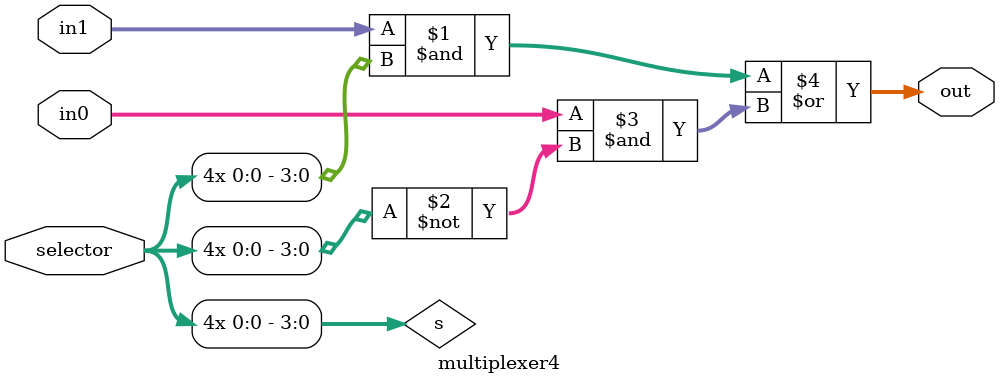
<source format=v>
module multiplexer4 (
    input [3:0] in0,
    input [3:0] in1,
    input selector,
    output [3:0] out);

    wire [3:0] s;

    assign s = {selector,selector,selector,selector};

    assign out = (in1&s) | (in0&~s);

endmodule
</source>
